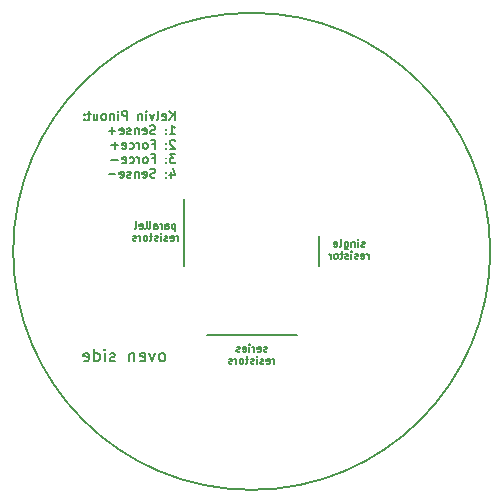
<source format=gbo>
G04 (created by PCBNEW (2013-07-07 BZR 4022)-stable) date 6/30/2014 10:29:55 PM*
%MOIN*%
G04 Gerber Fmt 3.4, Leading zero omitted, Abs format*
%FSLAX34Y34*%
G01*
G70*
G90*
G04 APERTURE LIST*
%ADD10C,0.00393701*%
%ADD11C,0.005*%
%ADD12C,0.00787402*%
%ADD13C,0.006*%
%ADD14C,0.008*%
G04 APERTURE END LIST*
G54D10*
G54D11*
X85505Y-57839D02*
X85482Y-57851D01*
X85434Y-57851D01*
X85410Y-57839D01*
X85398Y-57815D01*
X85398Y-57803D01*
X85410Y-57779D01*
X85434Y-57767D01*
X85470Y-57767D01*
X85494Y-57755D01*
X85505Y-57732D01*
X85505Y-57720D01*
X85494Y-57696D01*
X85470Y-57684D01*
X85434Y-57684D01*
X85410Y-57696D01*
X85196Y-57839D02*
X85220Y-57851D01*
X85267Y-57851D01*
X85291Y-57839D01*
X85303Y-57815D01*
X85303Y-57720D01*
X85291Y-57696D01*
X85267Y-57684D01*
X85220Y-57684D01*
X85196Y-57696D01*
X85184Y-57720D01*
X85184Y-57744D01*
X85303Y-57767D01*
X85077Y-57851D02*
X85077Y-57684D01*
X85077Y-57732D02*
X85065Y-57708D01*
X85053Y-57696D01*
X85029Y-57684D01*
X85005Y-57684D01*
X84922Y-57851D02*
X84922Y-57684D01*
X84922Y-57601D02*
X84934Y-57613D01*
X84922Y-57625D01*
X84910Y-57613D01*
X84922Y-57601D01*
X84922Y-57625D01*
X84708Y-57839D02*
X84732Y-57851D01*
X84779Y-57851D01*
X84803Y-57839D01*
X84815Y-57815D01*
X84815Y-57720D01*
X84803Y-57696D01*
X84779Y-57684D01*
X84732Y-57684D01*
X84708Y-57696D01*
X84696Y-57720D01*
X84696Y-57744D01*
X84815Y-57767D01*
X84601Y-57839D02*
X84577Y-57851D01*
X84529Y-57851D01*
X84505Y-57839D01*
X84494Y-57815D01*
X84494Y-57803D01*
X84505Y-57779D01*
X84529Y-57767D01*
X84565Y-57767D01*
X84589Y-57755D01*
X84601Y-57732D01*
X84601Y-57720D01*
X84589Y-57696D01*
X84565Y-57684D01*
X84529Y-57684D01*
X84505Y-57696D01*
X85750Y-58251D02*
X85750Y-58084D01*
X85750Y-58132D02*
X85738Y-58108D01*
X85726Y-58096D01*
X85702Y-58084D01*
X85678Y-58084D01*
X85500Y-58239D02*
X85523Y-58251D01*
X85571Y-58251D01*
X85595Y-58239D01*
X85607Y-58215D01*
X85607Y-58120D01*
X85595Y-58096D01*
X85571Y-58084D01*
X85523Y-58084D01*
X85500Y-58096D01*
X85488Y-58120D01*
X85488Y-58144D01*
X85607Y-58167D01*
X85392Y-58239D02*
X85369Y-58251D01*
X85321Y-58251D01*
X85297Y-58239D01*
X85285Y-58215D01*
X85285Y-58203D01*
X85297Y-58179D01*
X85321Y-58167D01*
X85357Y-58167D01*
X85380Y-58155D01*
X85392Y-58132D01*
X85392Y-58120D01*
X85380Y-58096D01*
X85357Y-58084D01*
X85321Y-58084D01*
X85297Y-58096D01*
X85178Y-58251D02*
X85178Y-58084D01*
X85178Y-58001D02*
X85190Y-58013D01*
X85178Y-58025D01*
X85166Y-58013D01*
X85178Y-58001D01*
X85178Y-58025D01*
X85071Y-58239D02*
X85047Y-58251D01*
X85000Y-58251D01*
X84976Y-58239D01*
X84964Y-58215D01*
X84964Y-58203D01*
X84976Y-58179D01*
X85000Y-58167D01*
X85035Y-58167D01*
X85059Y-58155D01*
X85071Y-58132D01*
X85071Y-58120D01*
X85059Y-58096D01*
X85035Y-58084D01*
X85000Y-58084D01*
X84976Y-58096D01*
X84892Y-58084D02*
X84797Y-58084D01*
X84857Y-58001D02*
X84857Y-58215D01*
X84845Y-58239D01*
X84821Y-58251D01*
X84797Y-58251D01*
X84678Y-58251D02*
X84702Y-58239D01*
X84714Y-58227D01*
X84726Y-58203D01*
X84726Y-58132D01*
X84714Y-58108D01*
X84702Y-58096D01*
X84678Y-58084D01*
X84642Y-58084D01*
X84619Y-58096D01*
X84607Y-58108D01*
X84595Y-58132D01*
X84595Y-58203D01*
X84607Y-58227D01*
X84619Y-58239D01*
X84642Y-58251D01*
X84678Y-58251D01*
X84488Y-58251D02*
X84488Y-58084D01*
X84488Y-58132D02*
X84476Y-58108D01*
X84464Y-58096D01*
X84440Y-58084D01*
X84416Y-58084D01*
X84345Y-58239D02*
X84321Y-58251D01*
X84273Y-58251D01*
X84250Y-58239D01*
X84238Y-58215D01*
X84238Y-58203D01*
X84250Y-58179D01*
X84273Y-58167D01*
X84309Y-58167D01*
X84333Y-58155D01*
X84345Y-58132D01*
X84345Y-58120D01*
X84333Y-58096D01*
X84309Y-58084D01*
X84273Y-58084D01*
X84250Y-58096D01*
G54D12*
X83500Y-57300D02*
X86500Y-57300D01*
G54D11*
X82460Y-53584D02*
X82460Y-53834D01*
X82460Y-53596D02*
X82436Y-53584D01*
X82389Y-53584D01*
X82365Y-53596D01*
X82353Y-53608D01*
X82341Y-53632D01*
X82341Y-53703D01*
X82353Y-53727D01*
X82365Y-53739D01*
X82389Y-53751D01*
X82436Y-53751D01*
X82460Y-53739D01*
X82127Y-53751D02*
X82127Y-53620D01*
X82139Y-53596D01*
X82163Y-53584D01*
X82210Y-53584D01*
X82234Y-53596D01*
X82127Y-53739D02*
X82151Y-53751D01*
X82210Y-53751D01*
X82234Y-53739D01*
X82246Y-53715D01*
X82246Y-53691D01*
X82234Y-53667D01*
X82210Y-53655D01*
X82151Y-53655D01*
X82127Y-53644D01*
X82008Y-53751D02*
X82008Y-53584D01*
X82008Y-53632D02*
X81996Y-53608D01*
X81984Y-53596D01*
X81960Y-53584D01*
X81936Y-53584D01*
X81746Y-53751D02*
X81746Y-53620D01*
X81758Y-53596D01*
X81782Y-53584D01*
X81829Y-53584D01*
X81853Y-53596D01*
X81746Y-53739D02*
X81770Y-53751D01*
X81829Y-53751D01*
X81853Y-53739D01*
X81865Y-53715D01*
X81865Y-53691D01*
X81853Y-53667D01*
X81829Y-53655D01*
X81770Y-53655D01*
X81746Y-53644D01*
X81591Y-53751D02*
X81615Y-53739D01*
X81627Y-53715D01*
X81627Y-53501D01*
X81460Y-53751D02*
X81484Y-53739D01*
X81496Y-53715D01*
X81496Y-53501D01*
X81270Y-53739D02*
X81294Y-53751D01*
X81341Y-53751D01*
X81365Y-53739D01*
X81377Y-53715D01*
X81377Y-53620D01*
X81365Y-53596D01*
X81341Y-53584D01*
X81294Y-53584D01*
X81270Y-53596D01*
X81258Y-53620D01*
X81258Y-53644D01*
X81377Y-53667D01*
X81115Y-53751D02*
X81139Y-53739D01*
X81151Y-53715D01*
X81151Y-53501D01*
X82550Y-54151D02*
X82550Y-53984D01*
X82550Y-54032D02*
X82538Y-54008D01*
X82526Y-53996D01*
X82502Y-53984D01*
X82478Y-53984D01*
X82300Y-54139D02*
X82323Y-54151D01*
X82371Y-54151D01*
X82395Y-54139D01*
X82407Y-54115D01*
X82407Y-54020D01*
X82395Y-53996D01*
X82371Y-53984D01*
X82323Y-53984D01*
X82300Y-53996D01*
X82288Y-54020D01*
X82288Y-54044D01*
X82407Y-54067D01*
X82192Y-54139D02*
X82169Y-54151D01*
X82121Y-54151D01*
X82097Y-54139D01*
X82085Y-54115D01*
X82085Y-54103D01*
X82097Y-54079D01*
X82121Y-54067D01*
X82157Y-54067D01*
X82180Y-54055D01*
X82192Y-54032D01*
X82192Y-54020D01*
X82180Y-53996D01*
X82157Y-53984D01*
X82121Y-53984D01*
X82097Y-53996D01*
X81978Y-54151D02*
X81978Y-53984D01*
X81978Y-53901D02*
X81990Y-53913D01*
X81978Y-53925D01*
X81966Y-53913D01*
X81978Y-53901D01*
X81978Y-53925D01*
X81871Y-54139D02*
X81847Y-54151D01*
X81800Y-54151D01*
X81776Y-54139D01*
X81764Y-54115D01*
X81764Y-54103D01*
X81776Y-54079D01*
X81800Y-54067D01*
X81835Y-54067D01*
X81859Y-54055D01*
X81871Y-54032D01*
X81871Y-54020D01*
X81859Y-53996D01*
X81835Y-53984D01*
X81800Y-53984D01*
X81776Y-53996D01*
X81692Y-53984D02*
X81597Y-53984D01*
X81657Y-53901D02*
X81657Y-54115D01*
X81645Y-54139D01*
X81621Y-54151D01*
X81597Y-54151D01*
X81478Y-54151D02*
X81502Y-54139D01*
X81514Y-54127D01*
X81526Y-54103D01*
X81526Y-54032D01*
X81514Y-54008D01*
X81502Y-53996D01*
X81478Y-53984D01*
X81442Y-53984D01*
X81419Y-53996D01*
X81407Y-54008D01*
X81395Y-54032D01*
X81395Y-54103D01*
X81407Y-54127D01*
X81419Y-54139D01*
X81442Y-54151D01*
X81478Y-54151D01*
X81288Y-54151D02*
X81288Y-53984D01*
X81288Y-54032D02*
X81276Y-54008D01*
X81264Y-53996D01*
X81240Y-53984D01*
X81216Y-53984D01*
X81145Y-54139D02*
X81121Y-54151D01*
X81073Y-54151D01*
X81050Y-54139D01*
X81038Y-54115D01*
X81038Y-54103D01*
X81050Y-54079D01*
X81073Y-54067D01*
X81109Y-54067D01*
X81133Y-54055D01*
X81145Y-54032D01*
X81145Y-54020D01*
X81133Y-53996D01*
X81109Y-53984D01*
X81073Y-53984D01*
X81050Y-53996D01*
G54D12*
X82750Y-52750D02*
X82750Y-55000D01*
X87250Y-54000D02*
X87250Y-55000D01*
G54D11*
X88761Y-54339D02*
X88738Y-54351D01*
X88690Y-54351D01*
X88666Y-54339D01*
X88654Y-54315D01*
X88654Y-54303D01*
X88666Y-54279D01*
X88690Y-54267D01*
X88726Y-54267D01*
X88750Y-54255D01*
X88761Y-54232D01*
X88761Y-54220D01*
X88750Y-54196D01*
X88726Y-54184D01*
X88690Y-54184D01*
X88666Y-54196D01*
X88547Y-54351D02*
X88547Y-54184D01*
X88547Y-54101D02*
X88559Y-54113D01*
X88547Y-54125D01*
X88535Y-54113D01*
X88547Y-54101D01*
X88547Y-54125D01*
X88428Y-54184D02*
X88428Y-54351D01*
X88428Y-54208D02*
X88416Y-54196D01*
X88392Y-54184D01*
X88357Y-54184D01*
X88333Y-54196D01*
X88321Y-54220D01*
X88321Y-54351D01*
X88095Y-54184D02*
X88095Y-54386D01*
X88107Y-54410D01*
X88119Y-54422D01*
X88142Y-54434D01*
X88178Y-54434D01*
X88202Y-54422D01*
X88095Y-54339D02*
X88119Y-54351D01*
X88166Y-54351D01*
X88190Y-54339D01*
X88202Y-54327D01*
X88214Y-54303D01*
X88214Y-54232D01*
X88202Y-54208D01*
X88190Y-54196D01*
X88166Y-54184D01*
X88119Y-54184D01*
X88095Y-54196D01*
X87940Y-54351D02*
X87964Y-54339D01*
X87976Y-54315D01*
X87976Y-54101D01*
X87750Y-54339D02*
X87773Y-54351D01*
X87821Y-54351D01*
X87845Y-54339D01*
X87857Y-54315D01*
X87857Y-54220D01*
X87845Y-54196D01*
X87821Y-54184D01*
X87773Y-54184D01*
X87750Y-54196D01*
X87738Y-54220D01*
X87738Y-54244D01*
X87857Y-54267D01*
X88898Y-54751D02*
X88898Y-54584D01*
X88898Y-54632D02*
X88886Y-54608D01*
X88875Y-54596D01*
X88851Y-54584D01*
X88827Y-54584D01*
X88648Y-54739D02*
X88672Y-54751D01*
X88720Y-54751D01*
X88744Y-54739D01*
X88755Y-54715D01*
X88755Y-54620D01*
X88744Y-54596D01*
X88720Y-54584D01*
X88672Y-54584D01*
X88648Y-54596D01*
X88636Y-54620D01*
X88636Y-54644D01*
X88755Y-54667D01*
X88541Y-54739D02*
X88517Y-54751D01*
X88470Y-54751D01*
X88446Y-54739D01*
X88434Y-54715D01*
X88434Y-54703D01*
X88446Y-54679D01*
X88470Y-54667D01*
X88505Y-54667D01*
X88529Y-54655D01*
X88541Y-54632D01*
X88541Y-54620D01*
X88529Y-54596D01*
X88505Y-54584D01*
X88470Y-54584D01*
X88446Y-54596D01*
X88327Y-54751D02*
X88327Y-54584D01*
X88327Y-54501D02*
X88339Y-54513D01*
X88327Y-54525D01*
X88315Y-54513D01*
X88327Y-54501D01*
X88327Y-54525D01*
X88220Y-54739D02*
X88196Y-54751D01*
X88148Y-54751D01*
X88125Y-54739D01*
X88113Y-54715D01*
X88113Y-54703D01*
X88125Y-54679D01*
X88148Y-54667D01*
X88184Y-54667D01*
X88208Y-54655D01*
X88220Y-54632D01*
X88220Y-54620D01*
X88208Y-54596D01*
X88184Y-54584D01*
X88148Y-54584D01*
X88125Y-54596D01*
X88041Y-54584D02*
X87946Y-54584D01*
X88005Y-54501D02*
X88005Y-54715D01*
X87994Y-54739D01*
X87970Y-54751D01*
X87946Y-54751D01*
X87827Y-54751D02*
X87851Y-54739D01*
X87863Y-54727D01*
X87875Y-54703D01*
X87875Y-54632D01*
X87863Y-54608D01*
X87851Y-54596D01*
X87827Y-54584D01*
X87791Y-54584D01*
X87767Y-54596D01*
X87755Y-54608D01*
X87744Y-54632D01*
X87744Y-54703D01*
X87755Y-54727D01*
X87767Y-54739D01*
X87791Y-54751D01*
X87827Y-54751D01*
X87636Y-54751D02*
X87636Y-54584D01*
X87636Y-54632D02*
X87624Y-54608D01*
X87613Y-54596D01*
X87589Y-54584D01*
X87565Y-54584D01*
G54D13*
X82428Y-50121D02*
X82428Y-49821D01*
X82257Y-50121D02*
X82385Y-49950D01*
X82257Y-49821D02*
X82428Y-49992D01*
X82014Y-50107D02*
X82042Y-50121D01*
X82100Y-50121D01*
X82128Y-50107D01*
X82142Y-50078D01*
X82142Y-49964D01*
X82128Y-49935D01*
X82100Y-49921D01*
X82042Y-49921D01*
X82014Y-49935D01*
X82000Y-49964D01*
X82000Y-49992D01*
X82142Y-50021D01*
X81828Y-50121D02*
X81857Y-50107D01*
X81871Y-50078D01*
X81871Y-49821D01*
X81742Y-49921D02*
X81671Y-50121D01*
X81600Y-49921D01*
X81485Y-50121D02*
X81485Y-49921D01*
X81485Y-49821D02*
X81500Y-49835D01*
X81485Y-49850D01*
X81471Y-49835D01*
X81485Y-49821D01*
X81485Y-49850D01*
X81342Y-49921D02*
X81342Y-50121D01*
X81342Y-49950D02*
X81328Y-49935D01*
X81300Y-49921D01*
X81257Y-49921D01*
X81228Y-49935D01*
X81214Y-49964D01*
X81214Y-50121D01*
X80842Y-50121D02*
X80842Y-49821D01*
X80728Y-49821D01*
X80700Y-49835D01*
X80685Y-49850D01*
X80671Y-49878D01*
X80671Y-49921D01*
X80685Y-49950D01*
X80700Y-49964D01*
X80728Y-49978D01*
X80842Y-49978D01*
X80542Y-50121D02*
X80542Y-49921D01*
X80542Y-49821D02*
X80557Y-49835D01*
X80542Y-49850D01*
X80528Y-49835D01*
X80542Y-49821D01*
X80542Y-49850D01*
X80400Y-49921D02*
X80400Y-50121D01*
X80400Y-49950D02*
X80385Y-49935D01*
X80357Y-49921D01*
X80314Y-49921D01*
X80285Y-49935D01*
X80271Y-49964D01*
X80271Y-50121D01*
X80085Y-50121D02*
X80114Y-50107D01*
X80128Y-50092D01*
X80142Y-50064D01*
X80142Y-49978D01*
X80128Y-49950D01*
X80114Y-49935D01*
X80085Y-49921D01*
X80042Y-49921D01*
X80014Y-49935D01*
X80000Y-49950D01*
X79985Y-49978D01*
X79985Y-50064D01*
X80000Y-50092D01*
X80014Y-50107D01*
X80042Y-50121D01*
X80085Y-50121D01*
X79728Y-49921D02*
X79728Y-50121D01*
X79857Y-49921D02*
X79857Y-50078D01*
X79842Y-50107D01*
X79814Y-50121D01*
X79771Y-50121D01*
X79742Y-50107D01*
X79728Y-50092D01*
X79628Y-49921D02*
X79514Y-49921D01*
X79585Y-49821D02*
X79585Y-50078D01*
X79571Y-50107D01*
X79542Y-50121D01*
X79514Y-50121D01*
X79414Y-50092D02*
X79399Y-50107D01*
X79414Y-50121D01*
X79428Y-50107D01*
X79414Y-50092D01*
X79414Y-50121D01*
X79414Y-49935D02*
X79399Y-49950D01*
X79414Y-49964D01*
X79428Y-49950D01*
X79414Y-49935D01*
X79414Y-49964D01*
X82271Y-50601D02*
X82442Y-50601D01*
X82357Y-50601D02*
X82357Y-50301D01*
X82385Y-50344D01*
X82414Y-50372D01*
X82442Y-50387D01*
X82142Y-50572D02*
X82128Y-50587D01*
X82142Y-50601D01*
X82157Y-50587D01*
X82142Y-50572D01*
X82142Y-50601D01*
X82142Y-50415D02*
X82128Y-50430D01*
X82142Y-50444D01*
X82157Y-50430D01*
X82142Y-50415D01*
X82142Y-50444D01*
X81785Y-50587D02*
X81742Y-50601D01*
X81671Y-50601D01*
X81642Y-50587D01*
X81628Y-50572D01*
X81614Y-50544D01*
X81614Y-50515D01*
X81628Y-50487D01*
X81642Y-50472D01*
X81671Y-50458D01*
X81728Y-50444D01*
X81757Y-50430D01*
X81771Y-50415D01*
X81785Y-50387D01*
X81785Y-50358D01*
X81771Y-50330D01*
X81757Y-50315D01*
X81728Y-50301D01*
X81657Y-50301D01*
X81614Y-50315D01*
X81371Y-50587D02*
X81400Y-50601D01*
X81457Y-50601D01*
X81485Y-50587D01*
X81500Y-50558D01*
X81500Y-50444D01*
X81485Y-50415D01*
X81457Y-50401D01*
X81400Y-50401D01*
X81371Y-50415D01*
X81357Y-50444D01*
X81357Y-50472D01*
X81500Y-50501D01*
X81228Y-50401D02*
X81228Y-50601D01*
X81228Y-50430D02*
X81214Y-50415D01*
X81185Y-50401D01*
X81142Y-50401D01*
X81114Y-50415D01*
X81100Y-50444D01*
X81100Y-50601D01*
X80971Y-50587D02*
X80942Y-50601D01*
X80885Y-50601D01*
X80857Y-50587D01*
X80842Y-50558D01*
X80842Y-50544D01*
X80857Y-50515D01*
X80885Y-50501D01*
X80928Y-50501D01*
X80957Y-50487D01*
X80971Y-50458D01*
X80971Y-50444D01*
X80957Y-50415D01*
X80928Y-50401D01*
X80885Y-50401D01*
X80857Y-50415D01*
X80600Y-50587D02*
X80628Y-50601D01*
X80685Y-50601D01*
X80714Y-50587D01*
X80728Y-50558D01*
X80728Y-50444D01*
X80714Y-50415D01*
X80685Y-50401D01*
X80628Y-50401D01*
X80600Y-50415D01*
X80585Y-50444D01*
X80585Y-50472D01*
X80728Y-50501D01*
X80457Y-50487D02*
X80228Y-50487D01*
X80342Y-50601D02*
X80342Y-50372D01*
X82442Y-50810D02*
X82428Y-50795D01*
X82400Y-50781D01*
X82328Y-50781D01*
X82300Y-50795D01*
X82285Y-50810D01*
X82271Y-50838D01*
X82271Y-50867D01*
X82285Y-50910D01*
X82457Y-51081D01*
X82271Y-51081D01*
X82142Y-51052D02*
X82128Y-51067D01*
X82142Y-51081D01*
X82157Y-51067D01*
X82142Y-51052D01*
X82142Y-51081D01*
X82142Y-50895D02*
X82128Y-50910D01*
X82142Y-50924D01*
X82157Y-50910D01*
X82142Y-50895D01*
X82142Y-50924D01*
X81671Y-50924D02*
X81771Y-50924D01*
X81771Y-51081D02*
X81771Y-50781D01*
X81628Y-50781D01*
X81471Y-51081D02*
X81500Y-51067D01*
X81514Y-51052D01*
X81528Y-51024D01*
X81528Y-50938D01*
X81514Y-50910D01*
X81500Y-50895D01*
X81471Y-50881D01*
X81428Y-50881D01*
X81400Y-50895D01*
X81385Y-50910D01*
X81371Y-50938D01*
X81371Y-51024D01*
X81385Y-51052D01*
X81400Y-51067D01*
X81428Y-51081D01*
X81471Y-51081D01*
X81242Y-51081D02*
X81242Y-50881D01*
X81242Y-50938D02*
X81228Y-50910D01*
X81214Y-50895D01*
X81185Y-50881D01*
X81157Y-50881D01*
X80928Y-51067D02*
X80957Y-51081D01*
X81014Y-51081D01*
X81042Y-51067D01*
X81057Y-51052D01*
X81071Y-51024D01*
X81071Y-50938D01*
X81057Y-50910D01*
X81042Y-50895D01*
X81014Y-50881D01*
X80957Y-50881D01*
X80928Y-50895D01*
X80685Y-51067D02*
X80714Y-51081D01*
X80771Y-51081D01*
X80800Y-51067D01*
X80814Y-51038D01*
X80814Y-50924D01*
X80800Y-50895D01*
X80771Y-50881D01*
X80714Y-50881D01*
X80685Y-50895D01*
X80671Y-50924D01*
X80671Y-50952D01*
X80814Y-50981D01*
X80542Y-50967D02*
X80314Y-50967D01*
X80428Y-51081D02*
X80428Y-50852D01*
X82457Y-51261D02*
X82271Y-51261D01*
X82371Y-51375D01*
X82328Y-51375D01*
X82300Y-51390D01*
X82285Y-51404D01*
X82271Y-51432D01*
X82271Y-51504D01*
X82285Y-51532D01*
X82300Y-51547D01*
X82328Y-51561D01*
X82414Y-51561D01*
X82442Y-51547D01*
X82457Y-51532D01*
X82142Y-51532D02*
X82128Y-51547D01*
X82142Y-51561D01*
X82157Y-51547D01*
X82142Y-51532D01*
X82142Y-51561D01*
X82142Y-51375D02*
X82128Y-51390D01*
X82142Y-51404D01*
X82157Y-51390D01*
X82142Y-51375D01*
X82142Y-51404D01*
X81671Y-51404D02*
X81771Y-51404D01*
X81771Y-51561D02*
X81771Y-51261D01*
X81628Y-51261D01*
X81471Y-51561D02*
X81500Y-51547D01*
X81514Y-51532D01*
X81528Y-51504D01*
X81528Y-51418D01*
X81514Y-51390D01*
X81500Y-51375D01*
X81471Y-51361D01*
X81428Y-51361D01*
X81400Y-51375D01*
X81385Y-51390D01*
X81371Y-51418D01*
X81371Y-51504D01*
X81385Y-51532D01*
X81400Y-51547D01*
X81428Y-51561D01*
X81471Y-51561D01*
X81242Y-51561D02*
X81242Y-51361D01*
X81242Y-51418D02*
X81228Y-51390D01*
X81214Y-51375D01*
X81185Y-51361D01*
X81157Y-51361D01*
X80928Y-51547D02*
X80957Y-51561D01*
X81014Y-51561D01*
X81042Y-51547D01*
X81057Y-51532D01*
X81071Y-51504D01*
X81071Y-51418D01*
X81057Y-51390D01*
X81042Y-51375D01*
X81014Y-51361D01*
X80957Y-51361D01*
X80928Y-51375D01*
X80685Y-51547D02*
X80714Y-51561D01*
X80771Y-51561D01*
X80800Y-51547D01*
X80814Y-51518D01*
X80814Y-51404D01*
X80800Y-51375D01*
X80771Y-51361D01*
X80714Y-51361D01*
X80685Y-51375D01*
X80671Y-51404D01*
X80671Y-51432D01*
X80814Y-51461D01*
X80542Y-51447D02*
X80314Y-51447D01*
X82300Y-51841D02*
X82300Y-52041D01*
X82371Y-51727D02*
X82442Y-51941D01*
X82257Y-51941D01*
X82142Y-52012D02*
X82128Y-52027D01*
X82142Y-52041D01*
X82157Y-52027D01*
X82142Y-52012D01*
X82142Y-52041D01*
X82142Y-51855D02*
X82128Y-51870D01*
X82142Y-51884D01*
X82157Y-51870D01*
X82142Y-51855D01*
X82142Y-51884D01*
X81785Y-52027D02*
X81742Y-52041D01*
X81671Y-52041D01*
X81642Y-52027D01*
X81628Y-52012D01*
X81614Y-51984D01*
X81614Y-51955D01*
X81628Y-51927D01*
X81642Y-51912D01*
X81671Y-51898D01*
X81728Y-51884D01*
X81757Y-51870D01*
X81771Y-51855D01*
X81785Y-51827D01*
X81785Y-51798D01*
X81771Y-51770D01*
X81757Y-51755D01*
X81728Y-51741D01*
X81657Y-51741D01*
X81614Y-51755D01*
X81371Y-52027D02*
X81400Y-52041D01*
X81457Y-52041D01*
X81485Y-52027D01*
X81500Y-51998D01*
X81500Y-51884D01*
X81485Y-51855D01*
X81457Y-51841D01*
X81400Y-51841D01*
X81371Y-51855D01*
X81357Y-51884D01*
X81357Y-51912D01*
X81500Y-51941D01*
X81228Y-51841D02*
X81228Y-52041D01*
X81228Y-51870D02*
X81214Y-51855D01*
X81185Y-51841D01*
X81142Y-51841D01*
X81114Y-51855D01*
X81100Y-51884D01*
X81100Y-52041D01*
X80971Y-52027D02*
X80942Y-52041D01*
X80885Y-52041D01*
X80857Y-52027D01*
X80842Y-51998D01*
X80842Y-51984D01*
X80857Y-51955D01*
X80885Y-51941D01*
X80928Y-51941D01*
X80957Y-51927D01*
X80971Y-51898D01*
X80971Y-51884D01*
X80957Y-51855D01*
X80928Y-51841D01*
X80885Y-51841D01*
X80857Y-51855D01*
X80600Y-52027D02*
X80628Y-52041D01*
X80685Y-52041D01*
X80714Y-52027D01*
X80728Y-51998D01*
X80728Y-51884D01*
X80714Y-51855D01*
X80685Y-51841D01*
X80628Y-51841D01*
X80600Y-51855D01*
X80585Y-51884D01*
X80585Y-51912D01*
X80728Y-51941D01*
X80457Y-51927D02*
X80228Y-51927D01*
G54D14*
X82045Y-58161D02*
X82083Y-58142D01*
X82102Y-58123D01*
X82121Y-58085D01*
X82121Y-57971D01*
X82102Y-57933D01*
X82083Y-57914D01*
X82045Y-57895D01*
X81988Y-57895D01*
X81950Y-57914D01*
X81930Y-57933D01*
X81911Y-57971D01*
X81911Y-58085D01*
X81930Y-58123D01*
X81950Y-58142D01*
X81988Y-58161D01*
X82045Y-58161D01*
X81778Y-57895D02*
X81683Y-58161D01*
X81588Y-57895D01*
X81283Y-58142D02*
X81321Y-58161D01*
X81397Y-58161D01*
X81435Y-58142D01*
X81454Y-58104D01*
X81454Y-57952D01*
X81435Y-57914D01*
X81397Y-57895D01*
X81321Y-57895D01*
X81283Y-57914D01*
X81264Y-57952D01*
X81264Y-57990D01*
X81454Y-58028D01*
X81092Y-57895D02*
X81092Y-58161D01*
X81092Y-57933D02*
X81073Y-57914D01*
X81035Y-57895D01*
X80978Y-57895D01*
X80940Y-57914D01*
X80921Y-57952D01*
X80921Y-58161D01*
X80445Y-58142D02*
X80407Y-58161D01*
X80330Y-58161D01*
X80292Y-58142D01*
X80273Y-58104D01*
X80273Y-58085D01*
X80292Y-58047D01*
X80330Y-58028D01*
X80388Y-58028D01*
X80426Y-58009D01*
X80445Y-57971D01*
X80445Y-57952D01*
X80426Y-57914D01*
X80388Y-57895D01*
X80330Y-57895D01*
X80292Y-57914D01*
X80102Y-58161D02*
X80102Y-57895D01*
X80102Y-57761D02*
X80121Y-57780D01*
X80102Y-57800D01*
X80083Y-57780D01*
X80102Y-57761D01*
X80102Y-57800D01*
X79740Y-58161D02*
X79740Y-57761D01*
X79740Y-58142D02*
X79778Y-58161D01*
X79854Y-58161D01*
X79892Y-58142D01*
X79911Y-58123D01*
X79930Y-58085D01*
X79930Y-57971D01*
X79911Y-57933D01*
X79892Y-57914D01*
X79854Y-57895D01*
X79778Y-57895D01*
X79740Y-57914D01*
X79397Y-58142D02*
X79435Y-58161D01*
X79511Y-58161D01*
X79550Y-58142D01*
X79569Y-58104D01*
X79569Y-57952D01*
X79550Y-57914D01*
X79511Y-57895D01*
X79435Y-57895D01*
X79397Y-57914D01*
X79378Y-57952D01*
X79378Y-57990D01*
X79569Y-58028D01*
G54D12*
X92950Y-54500D02*
G75*
G03X92950Y-54500I-7950J0D01*
G74*
G01*
M02*

</source>
